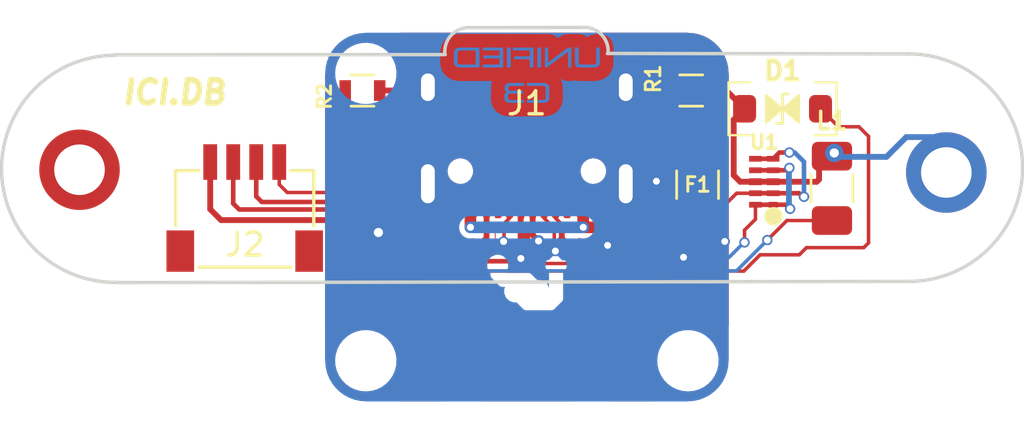
<source format=kicad_pcb>
(kicad_pcb (version 20221018) (generator pcbnew)
  (title_block (title "Unified Daughterboard") (date "2020-03-22") (rev "C3") (company "Designed by the keyboard community"))
  (layers (0 "F.Cu" signal) (31 "B.Cu" signal) (34 "B.Paste" user) (35 "F.Paste" user) (36 "B.SilkS" user "B.Silkscreen") (37 "F.SilkS" user "F.Silkscreen") (38 "B.Mask" user) (39 "F.Mask" user) (44 "Edge.Cuts" user))
  (net 0 "")
  (net 1 "GND")
  (net 2 "VCC")
  (net 3 "GNDPWR")
  (net 4 "Net-(J1-PadB8)")
  (net 5 "Net-(J1-PadA5)")
  (net 6 "DA+")
  (net 7 "Net-(J1-PadB5)")
  (net 8 "Net-(J1-PadA8)")
  (net 9 "DA-")
  (net 10 "VBUS")
  (footprint "random-keyboard-parts:Generic-Mounthole" (layer "F.Cu") (at 93.2325 62.853)
    (fp_text reference "MH2" hide)
    (fp_text value "Mount-M2" hide)
    (pad "1" thru_hole circle (at 0 0) (size 3.500001 3.500001) (drill 2.2) (layers "*.Cu" "*.Mask") (net 3 "GNDPWR"))
  )
  (footprint "Resistors_SMD:R_0603" (layer "F.Cu") (at 67.85875 59.28675)
    (fp_text reference "R2" (at -1.651 0.254 90) (layer "F.SilkS") (effects (font (size 0.5842 0.5842) (thickness 0.127))))
    (fp_text value "5.1k")
    (pad "1" smd rect (at -0.75 0) (size 0.5 0.9) (layers "F.Cu" "F.Paste" "F.Mask") (net 7 "Net-(J1-PadB5)"))
    (pad "2" smd rect (at 0.75 0) (size 0.5 0.9) (layers "F.Cu" "F.Paste" "F.Mask") (net 3 "GNDPWR"))
  )
  (footprint "acheron_Components:USON-10_2.5x1.0mm_P0.5mm" (layer "F.Cu") (at 85.32125 63.2555 180)
    (fp_text reference "U1" (at 0 1.7272) (layer "F.SilkS") (effects (font (size 0.6 0.6))))
    (fp_text value "TPD4E05U06DQAR")
    (pad "1" smd roundrect (at -0.385 -1 90) (size 0.25 0.55) (layers "F.Cu" "F.Paste" "F.Mask") (roundrect_rratio 0.5) (net 6 "DA+"))
    (pad "2" smd rect (at -0.385 -0.5 90) (size 0.25 0.55) (layers "F.Cu" "F.Paste" "F.Mask") (net 9 "DA-"))
    (pad "3" smd rect (at -0.385 0 90) (size 0.3 0.55) (layers "F.Cu" "F.Paste" "F.Mask") (net 3 "GNDPWR"))
    (pad "4" smd rect (at -0.385 0.5 90) (size 0.25 0.55) (layers "F.Cu" "F.Paste" "F.Mask") (net 6 "DA+"))
    (pad "5" smd rect (at -0.385 1 90) (size 0.25 0.55) (layers "F.Cu" "F.Paste" "F.Mask") (net 9 "DA-"))
    (pad "6" smd rect (at 0.385 1 90) (size 0.25 0.55) (layers "F.Cu" "F.Paste" "F.Mask") (net 9 "DA-"))
    (pad "7" smd rect (at 0.385 0.5 90) (size 0.25 0.55) (layers "F.Cu" "F.Paste" "F.Mask") (net 6 "DA+"))
    (pad "8" smd rect (at 0.385 0 90) (size 0.3 0.55) (layers "F.Cu" "F.Paste" "F.Mask") (net 3 "GNDPWR"))
    (pad "9" smd rect (at 0.385 -0.5 90) (size 0.25 0.55) (layers "F.Cu" "F.Paste" "F.Mask") (net 9 "DA-"))
    (pad "10" smd rect (at 0.385 -1 90) (size 0.25 0.55) (layers "F.Cu" "F.Paste" "F.Mask") (net 6 "DA+"))
  )
  (footprint "acheron_Components:D_SOD-123_Bidirectional" (layer "F.Cu") (at 86.115 60.0805)
    (fp_text reference "D1" (at 0 -1.651) (layer "F.SilkS") (effects (font (size 0.8 0.8) (thickness 0.2))))
    (fp_text value "SMF9.0CA")
    (pad "1" smd roundrect (at -1.65 0) (size 1 1.2) (layers "F.Cu" "F.Paste" "F.Mask") (net 3 "GNDPWR"))
    (pad "2" smd roundrect (at 1.65 0) (size 1 1.2) (layers "F.Cu" "F.Paste" "F.Mask") (net 2 "VCC"))
  )
  (footprint "Inductor_SMD:L_1206_3216Metric" (layer "F.Cu") (at 88.2625 63.543 90)
    (fp_text reference "L1" (at 2.936 0 180) (layer "F.SilkS") (effects (font (size 0.762 0.762) (thickness 0.1524))))
    (fp_text value "60R@100MHz")
    (pad "1" smd roundrect (at -1.4 0 90) (size 1.25 1.75) (layers "F.Cu" "F.Paste" "F.Mask") (roundrect_rratio 0.2) (net 1 "GND"))
    (pad "2" smd roundrect (at 1.4 0 90) (size 1.25 1.75) (layers "F.Cu" "F.Paste" "F.Mask") (roundrect_rratio 0.2) (net 3 "GNDPWR"))
  )
  (footprint "random-keyboard-parts:Generic-Mounthole" (layer "F.Cu") (at 55.5625 62.733)
    (fp_text reference "MH1")
    (fp_text value "Mount-M2" hide)
    (pad "" np_thru_hole circle (at 0 0) (size 3.500001 3.500001) (drill 2.2) (layers "F.Cu" "F.Mask") (clearance 0.508))
  )
  (footprint "random-keyboard-parts:JST-SR-4" (layer "F.Cu") (at 62.7425 67.173)
    (fp_text reference "J2" (at 0.004 -1.189) (layer "F.SilkS"))
    (fp_text value "SM04B-SRSS-TB(LF)(SN)")
    (pad "" smd rect (at -2.8 -0.9) (size 1.2 1.8) (layers "F.Cu" "F.Paste" "F.Mask"))
    (pad "" smd rect (at 2.8 -0.9) (size 1.2 1.8) (layers "F.Cu" "F.Paste" "F.Mask"))
    (pad "1" smd rect (at -1.5 -4.775) (size 0.6 1.55) (layers "F.Cu" "F.Paste" "F.Mask") (net 2 "VCC"))
    (pad "2" smd rect (at -0.5 -4.775) (size 0.6 1.55) (layers "F.Cu" "F.Paste" "F.Mask") (net 9 "DA-"))
    (pad "3" smd rect (at 0.5 -4.775) (size 0.6 1.55) (layers "F.Cu" "F.Paste" "F.Mask") (net 6 "DA+"))
    (pad "4" smd rect (at 1.5 -4.775) (size 0.6 1.55) (layers "F.Cu" "F.Paste" "F.Mask") (net 1 "GND"))
  )
  (footprint "Fuse:Fuse_1206_3216Metric" (layer "F.Cu") (at 82.4225 63.383 -90)
    (fp_text reference "F1" (at 0 0) (layer "F.SilkS") (effects (font (size 0.635 0.635) (thickness 0.127))))
    (fp_text value "ASMD1206-150")
    (pad "1" smd roundrect (at -1.4 0 270) (size 1.25 1.75) (layers "F.Cu" "F.Paste" "F.Mask") (roundrect_rratio 0.2) (net 10 "VBUS"))
    (pad "2" smd roundrect (at 1.4 0 270) (size 1.25 1.75) (layers "F.Cu" "F.Paste" "F.Mask") (roundrect_rratio 0.2) (net 2 "VCC"))
  )
  (footprint "Resistors_SMD:R_0603" (layer "F.Cu") (at 82.14625 59.28675)
    (fp_text reference "R1" (at -1.651 -0.508 90) (layer "F.SilkS") (effects (font (size 0.635 0.635) (thickness 0.127))))
    (fp_text value "5.1k")
    (pad "1" smd rect (at -0.75 0) (size 0.5 0.9) (layers "F.Cu" "F.Paste" "F.Mask") (net 5 "Net-(J1-PadA5)"))
    (pad "2" smd rect (at 0.75 0) (size 0.5 0.9) (layers "F.Cu" "F.Paste" "F.Mask") (net 3 "GNDPWR"))
  )
  (footprint "acheron_Connectors:TYPE-C-31-M-12" (layer "F.Cu") (at 75.0025 64.843 180)
    (fp_text reference "J1" (at 0 5) (layer "F.SilkS"))
    (fp_text value "TYPE-C-31-M12_13")
    (pad "" np_thru_hole circle (at -2.89 2.051 180) (size 0.65 0.65) (drill 0.65) (layers "*.Cu" "*.Mask"))
    (pad "" np_thru_hole circle (at 2.89 2.051 180) (size 0.65 0.65) (drill 0.65) (layers "*.Cu" "*.Mask"))
    (pad "A1" smd roundrect (at -3.25 1.275 180) (size 0.6 1.45) (drill (offset 0 -0.55)) (layers "F.Cu" "F.Paste" "F.Mask") (net 3 "GNDPWR"))
    (pad "A4" smd roundrect (at -2.45 1.275 180) (size 0.6 1.45) (drill (offset 0 -0.55)) (layers "F.Cu" "F.Paste" "F.Mask") (net 10 "VBUS"))
    (pad "A5" smd roundrect (at -1.25 1.275 180) (size 0.3 1.45) (drill (offset 0 -0.55)) (layers "F.Cu" "F.Paste" "F.Mask") (net 5 "Net-(J1-PadA5)"))
    (pad "A6" smd roundrect (at -0.254 1.275 180) (size 0.3 1.45) (drill (offset 0 -0.55)) (layers "F.Cu" "F.Paste" "F.Mask") (net 6 "DA+"))
    (pad "A7" smd roundrect (at 0.25 1.275 180) (size 0.3 1.45) (drill (offset 0 -0.55)) (layers "F.Cu" "F.Paste" "F.Mask") (net 9 "DA-"))
    (pad "A8" smd roundrect (at 1.25 1.275 180) (size 0.3 1.45) (drill (offset 0 -0.55)) (layers "F.Cu" "F.Paste" "F.Mask") (net 8 "Net-(J1-PadA8)"))
    (pad "B1" smd roundrect (at 3.25 1.275 180) (size 0.6 1.45) (drill (offset 0 -0.55)) (layers "F.Cu" "F.Paste" "F.Mask") (net 3 "GNDPWR"))
    (pad "B4" smd roundrect (at 2.45 1.275 180) (size 0.6 1.45) (drill (offset 0 -0.55)) (layers "F.Cu" "F.Paste" "F.Mask") (net 10 "VBUS"))
    (pad "B5" smd roundrect (at 1.75 1.275 180) (size 0.3 1.45) (drill (offset 0 -0.55)) (layers "F.Cu" "F.Paste" "F.Mask") (net 7 "Net-(J1-PadB5)"))
    (pad "B6" smd roundrect (at 0.75 1.275 180) (size 0.3 1.45) (drill (offset 0 -0.55)) (layers "F.Cu" "F.Paste" "F.Mask") (net 6 "DA+"))
    (pad "B7" smd roundrect (at -0.75 1.275 180) (size 0.3 1.45) (drill (offset 0 -0.55)) (layers "F.Cu" "F.Paste" "F.Mask") (net 9 "DA-"))
    (pad "B8" smd roundrect (at -1.75 1.275 180) (size 0.3 1.45) (drill (offset 0 -0.55)) (layers "F.Cu" "F.Paste" "F.Mask") (net 4 "Net-(J1-PadB8)"))
    (pad "S" thru_hole oval (at -4.3 1.5 180) (size 1.1 2.2) (drill oval 0.6 1.7) (layers "*.Cu" "*.Mask") (net 3 "GNDPWR"))
    (pad "S" thru_hole oval (at -4.3 5.7 180) (size 1.3 1.9) (drill oval 0.6 1.2) (layers "*.Cu" "*.Mask") (net 3 "GNDPWR"))
    (pad "S" thru_hole oval (at 4.3 1.5 180) (size 1.1 2.2) (drill oval 0.6 1.7) (layers "*.Cu" "*.Mask") (net 3 "GNDPWR"))
    (pad "S" thru_hole oval (at 4.3 5.7 180) (size 1.3 1.9) (drill oval 0.6 1.2) (layers "*.Cu" "*.Mask") (net 3 "GNDPWR"))
  )
  (footprint "Unified-Daughterboard-Logo:Unified-Daughterboard-Logo.pretty" (layer "B.Cu") (at 75.0025 66.509 180)
    (fp_text reference "G1" hide)
    (fp_text value "Unified-Daughterboard-Logo" hide)
  )
  (footprint "Unified-Daughterboard-Logo:Unified-Daughterboard-Name.pretty" (layer "B.Cu") (at 75.0025 58.62 180)
    (fp_text reference "G2" hide)
    (fp_text value "Unified-Daughterboard-Name" hide)
    (pad "1" smd custom (at -3.1 0.8 180) (size 0.1 0.1) (layers "B.Cu" "B.Mask") (options (clearance outline) (anchor circle)) (primitives (gr_poly (pts (xy 0.533046 -0.464006) (xy 0.56005 -0.463987) (xy 0.586556 -0.463959) (xy 0.612387 -0.46392) (xy 0.637369 -0.463872) (xy 0.661326 -0.463814) (xy 0.684081 -0.463747) (xy 0.70546 -0.463669) (xy 0.725286 -0.463582) (xy 0.743383 -0.463485) (xy 0.759577 -0.463378) (xy 0.773691 -0.463261) (xy 0.785549 -0.463134) (xy 0.794977 -0.462998) (xy 0.801797 -0.462851) (xy 0.805835 -0.462694) (xy 0.809248 -0.462474) (xy 0.830305 -0.460737) (xy 0.849006 -0.458433) (xy 0.865846 -0.455443) (xy 0.88132 -0.451648) (xy 0.895924 -0.44693) (xy 0.910155 -0.441169) (xy 0.924506 -0.434247) (xy 0.925882 -0.433527) (xy 0.943719 -0.42249) (xy 0.959403 -0.409438) (xy 0.97288 -0.394443) (xy 0.984093 -0.377575) (xy 0.992987 -0.358905) (xy 0.999505 -0.338505) (xy 1.000264 -0.33551) (xy 1.001227 -0.331773) (xy 1.002118 -0.328305) (xy 1.002938 -0.324986) (xy 1.003692 -0.321698) (xy 1.004382 -0.31832) (xy 1.005011 -0.314732) (xy 1.005582 -0.310816) (xy 1.006098 -0.306452) (xy 1.006562 -0.301521) (xy 1.006978 -0.295902) (xy 1.007348 -0.289476) (xy 1.007675 -0.282124) (xy 1.007962 -0.273726) (xy 1.008212 -0.264163) (xy 1.008429 -0.253315) (xy 1.008615 -0.241063) (xy 1.008774 -0.227287) (xy 1.008908 -0.211867) (xy 1.00902 -0.194684) (xy 1.009113 -0.175619) (xy 1.009192 -0.154552) (xy 1.009257 -0.131363) (xy 1.009313 -0.105933) (xy 1.009362 -0.078142) (xy 1.009408 -0.047871) (xy 1.009454 -0.015001) (xy 1.009502 0.020589) (xy 1.009556 0.059017) (xy 1.010053 0.404029) (xy 0.844293 0.404029) (xy 0.844293 0.067094) (xy 0.844292 0.034112) (xy 0.844287 -0.001018) (xy 0.844278 -0.033401) (xy 0.844263 -0.063151) (xy 0.844243 -0.090381) (xy 0.844216 -0.115203) (xy 0.844182 -0.137732) (xy 0.844139 -0.15808) (xy 0.844088 -0.176361) (xy 0.844027 -0.192687) (xy 0.843956 -0.207172) (xy 0.843874 -0.219928) (xy 0.84378 -0.231069) (xy 0.843673 -0.240709) (xy 0.843553 -0.24896) (xy 0.843419 -0.255935) (xy 0.84327 -0.261748) (xy 0.843106 -0.266511) (xy 0.842926 -0.270338) (xy 0.842728 -0.273342) (xy 0.842513 -0.275636) (xy 0.842279 -0.277334) (xy 0.842026 -0.278547) (xy 0.841693 -0.279782) (xy 0.836778 -0.292623) (xy 0.829625 -0.303717) (xy 0.820189 -0.313093) (xy 0.808426 -0.320781) (xy 0.794289 -0.326811) (xy 0.777734 -0.331215) (xy 0.758715 -0.334021) (xy 0.757371 -0.334117) (xy 0.752564 -0.334299) (xy 0.745076 -0.334468) (xy 0.735089 -0.334626) (xy 0.722784 -0.334772) (xy 0.708343 -0.334906) (xy 0.691949 -0.335028) (xy 0.673782 -0.335138) (xy 0.654026 -0.335236) (xy 0.632862 -0.335322) (xy 0.610471 -0.335397) (xy 0.587037 -0.335459) (xy 0.56274 -0.335509) (xy 0.537763 -0.335548) (xy 0.512288 -0.335574) (xy 0.486496 -0.335589) (xy 0.46057 -0.335592) (xy 0.434691 -0.335583) (xy 0.409041 -0.335562) (xy 0.383803 -0.335529) (xy 0.359158 -0.335484) (xy 0.335288 -0.335427) (xy 0.312375 -0.335358) (xy 0.290601 -0.335278) (xy 0.270149 -0.335185) (xy 0.251199 -0.335081) (xy 0.233933 -0.334964) (xy 0.218535 -0.334836) (xy 0.205185 -0.334696) (xy 0.194065 -0.334544) (xy 0.185359 -0.33438) (xy 0.179246 -0.334204) (xy 0.17591 -0.334016) (xy 0.159412 -0.331646) (xy 0.142509 -0.327411) (xy 0.128049 -0.321571) (xy 0.115997 -0.314107) (xy 0.106317 -0.305001) (xy 0.098977 -0.294237) (xy 0.098866 -0.29403) (xy 0.097893 -0.292277) (xy 0.096994 -0.290699) (xy 0.096166 -0.289178) (xy 0.095405 -0.287598) (xy 0.094709 -0.285845) (xy 0.094075 -0.283801) (xy 0.0935 -0.281351) (xy 0.092981 -0.278379) (xy 0.092515 -0.274769) (xy 0.0921 -0.270405) (xy 0.091732 -0.26517) (xy 0.091408 -0.258949) (xy 0.091127 -0.251626) (xy 0.090884 -0.243085) (xy 0.090677 -0.233209) (xy 0.090503 -0.221883) (xy 0.09036 -0.208991) (xy 0.090244 -0.194417) (xy 0.090152 -0.178044) (xy 0.090082 -0.159757) (xy 0.09003 -0.13944) (xy 0.089995 -0.116977) (xy 0.089972 -0.092251) (xy 0.089959 -0.065147) (xy 0.089953 -0.035549) (xy 0.089952 -0.003341) (xy 0.089952 0.031594) (xy 0.089951 0.069371) (xy 0.089925 0.404029) (xy -0.07426 0.404029) (xy -0.074233 0.064934) (xy -0.074233 0.056895) (xy -0.074227 0.019475) (xy -0.074217 -0.015124) (xy -0.074202 -0.047016) (xy -0.074181 -0.076313) (xy -0.074153 -0.10313) (xy -0.074119 -0.12758) (xy -0.074076 -0.149778) (xy -0.074025 -0.169835) (xy -0.073965 -0.187867) (xy -0.073894 -0.203987) (xy -0.073813 -0.218309) (xy -0.07372 -0.230945) (xy -0.073615 -0.242011) (xy -0.073498 -0.251618) (xy -0.073366 -0.259882) (xy -0.07322 -0.266916) (xy -0.07306 -0.272833) (xy -0.072883 -0.277748) (xy -0.07269 -0.281773) (xy -0.07248 -0.285022) (xy -0.072252 -0.287609) (xy -0.072005 -0.289648) (xy -0.070903 -0.296724) (xy -0.065671 -0.320281) (xy -0.058291 -0.341867) (xy -0.048721 -0.361574) (xy -0.036916 -0.379497) (xy -0.022834 -0.39573) (xy -0.01687 -0.401474) (xy -0.003985 -0.412081) (xy 0.010583 -0.421761) (xy 0.027473 -0.430958) (xy 0.034325 -0.434254) (xy 0.056097 -0.4432) (xy 0.079213 -0.450434) (xy 0.103987 -0.456031) (xy 0.130734 -0.460065) (xy 0.159766 -0.462612) (xy 0.162074 -0.462714) (xy 0.168001 -0.462866) (xy 0.176592 -0.463008) (xy 0.187672 -0.463141) (xy 0.201065 -0.463265) (xy 0.216596 -0.46338) (xy 0.234088 -0.463485) (xy 0.253366 -0.463581) (xy 0.274255 -0.463667) (xy 0.296578 -0.463744) (xy 0.32016 -0.463811) (xy 0.344824 -0.463869) (xy 0.370397 -0.463917) (xy 0.396701 -0.463956) (xy 0.423561 -0.463985) (xy 0.450801 -0.464005) (xy 0.478246 -0.464015) (xy 0.505719 -0.464015)) (width 0) (fill yes))))
    (pad "1" smd custom (at -1.86 1.08 180) (size 0.1 0.1) (layers "B.Cu" "B.Mask") (options (clearance outline) (anchor circle)) (primitives (gr_poly (pts (xy 0.068747 -0.406986) (xy 0.068748 -0.389825) (xy 0.068756 -0.358871) (xy 0.06877 -0.328777) (xy 0.068792 -0.299675) (xy 0.06882 -0.271694) (xy 0.068854 -0.244966) (xy 0.068893 -0.219624) (xy 0.068938 -0.195796) (xy 0.068988 -0.173616) (xy 0.069043 -0.153214) (xy 0.069102 -0.134721) (xy 0.069166 -0.118268) (xy 0.069233 -0.103986) (xy 0.069303 -0.092007) (xy 0.069376 -0.082462) (xy 0.069452 -0.075481) (xy 0.069531 -0.071197) (xy 0.069611 -0.069739) (xy 0.070388 -0.070253) (xy 0.073417 -0.072395) (xy 0.07861 -0.076119) (xy 0.085842 -0.081333) (xy 0.094985 -0.087945) (xy 0.105914 -0.095864) (xy 0.118502 -0.104998) (xy 0.132622 -0.115254) (xy 0.148149 -0.126541) (xy 0.164954 -0.138767) (xy 0.182913 -0.15184) (xy 0.201899 -0.165668) (xy 0.221784 -0.18016) (xy 0.242443 -0.195223) (xy 0.26375 -0.210765) (xy 0.284385 -0.225822) (xy 0.307606 -0.242766) (xy 0.332747 -0.26111) (xy 0.359569 -0.280681) (xy 0.387834 -0.301305) (xy 0.417304 -0.322808) (xy 0.447742 -0.345017) (xy 0.478909 -0.367758) (xy 0.510567 -0.390857) (xy 0.54248 -0.414142) (xy 0.574407 -0.437438) (xy 0.606113 -0.460572) (xy 0.637358 -0.483369) (xy 0.667905 -0.505658) (xy 0.697516 -0.527263) (xy 0.725953 -0.548012) (xy 0.994882 -0.744233) (xy 1.07457 -0.744233) (xy 1.07457 0.124029) (xy 0.931099 0.124029) (xy 0.930726 -0.197717) (xy 0.930353 -0.519464) (xy 0.49918 -0.197759) (xy 0.068007 0.123947) (xy -0.074731 0.124029) (xy -0.074731 -0.744233) (xy 0.068747 -0.744233)) (width 0) (fill yes))))
    (pad "1" smd custom (at -0.9 -0.79 180) (size 0.1 0.1) (layers "B.Cu" "B.Mask") (options (clearance outline) (anchor circle)) (primitives (gr_poly (pts (xy 0.894083 -0.285396) (xy 0.162643 -0.284604) (xy 0.148215 -0.28062) (xy 0.140689 -0.27833) (xy 0.125966 -0.272283) (xy 0.113823 -0.264855) (xy 0.104221 -0.256019) (xy 0.097122 -0.245749) (xy 0.096154 -0.243975) (xy 0.095065 -0.242029) (xy 0.094077 -0.240196) (xy 0.093185 -0.238338) (xy 0.092383 -0.236315) (xy 0.091667 -0.233986) (xy 0.091032 -0.231212) (xy 0.090474 -0.227854) (xy 0.089987 -0.223772) (xy 0.089566 -0.218826) (xy 0.089207 -0.212877) (xy 0.088905 -0.205785) (xy 0.088655 -0.19741) (xy 0.088453 -0.187613) (xy 0.088293 -0.176254) (xy 0.08817 -0.163194) (xy 0.088081 -0.148292) (xy 0.088019 -0.131409) (xy 0.087981 -0.112407) (xy 0.08796 -0.091143) (xy 0.087954 -0.067481) (xy 0.087956 -0.041279) (xy 0.087962 -0.012397) (xy 0.087967 0.019302) (xy 0.087968 0.035011) (xy 0.08797 0.065453) (xy 0.087973 0.093142) (xy 0.087983 0.118217) (xy 0.088004 0.140816) (xy 0.088041 0.161079) (xy 0.088097 0.179143) (xy 0.088177 0.195148) (xy 0.088286 0.209231) (xy 0.088427 0.221532) (xy 0.088606 0.232189) (xy 0.088825 0.241342) (xy 0.089091 0.249127) (xy 0.089407 0.255685) (xy 0.089777 0.261153) (xy 0.090206 0.265671) (xy 0.090698 0.269377) (xy 0.091257 0.272409) (xy 0.091889 0.274907) (xy 0.092597 0.277009) (xy 0.093385 0.278853) (xy 0.094258 0.280578) (xy 0.09522 0.282323) (xy 0.096276 0.284226) (xy 0.102003 0.292642) (xy 0.111022 0.301664) (xy 0.122093 0.309466) (xy 0.134767 0.315738) (xy 0.148591 0.320169) (xy 0.149299 0.320338) (xy 0.151761 0.320894) (xy 0.154316 0.321409) (xy 0.157079 0.321885) (xy 0.160163 0.322323) (xy 0.163683 0.322725) (xy 0.167755 0.323092) (xy 0.172493 0.323425) (xy 0.178011 0.323727) (xy 0.184424 0.323999) (xy 0.191847 0.324243) (xy 0.200394 0.324459) (xy 0.21018 0.324651) (xy 0.22132 0.324818) (xy 0.233927 0.324964) (xy 0.248118 0.325088) (xy 0.264006 0.325194) (xy 0.281706 0.325282) (xy 0.301333 0.325354) (xy 0.323001 0.325412) (xy 0.346825 0.325457) (xy 0.372919 0.325491) (xy 0.401399 0.325515) (xy 0.432379 0.325531) (xy 0.465973 0.32554) (xy 0.502296 0.325545) (xy 0.541462 0.325546) (xy 0.894083 0.325546) (xy 0.894083 0.454326) (xy 0.523926 0.453788) (xy 0.487637 0.453732) (xy 0.447892 0.453663) (xy 0.410961 0.453591) (xy 0.376767 0.453514) (xy 0.345233 0.453431) (xy 0.316282 0.453344) (xy 0.289836 0.45325) (xy 0.265818 0.453149) (xy 0.24415 0.453042) (xy 0.224755 0.452928) (xy 0.207556 0.452805) (xy 0.192475 0.452675) (xy 0.179434 0.452535) (xy 0.168358 0.452386) (xy 0.159167 0.452228) (xy 0.151784 0.452059) (xy 0.146134 0.45188) (xy 0.142136 0.45169) (xy 0.139716 0.451488) (xy 0.129032 0.450053) (xy 0.100521 0.44515) (xy 0.074518 0.438966) (xy 0.050879 0.431444) (xy 0.029459 0.422527) (xy 0.010114 0.412157) (xy -0.0073 0.400278) (xy -0.022926 0.386832) (xy -0.030704 0.378898) (xy -0.042344 0.36482) (xy -0.052076 0.349726) (xy -0.060136 0.333172) (xy -0.066762 0.314711) (xy -0.072189 0.293898) (xy -0.075501 0.278953) (xy -0.075501 0.000861) (xy -0.075498 -0.030031) (xy -0.075491 -0.058179) (xy -0.075478 -0.083719) (xy -0.075459 -0.106786) (xy -0.075432 -0.127516) (xy -0.075396 -0.146044) (xy -0.075348 -0.162506) (xy -0.075289 -0.177038) (xy -0.075216 -0.189776) (xy -0.075129 -0.200854) (xy -0.075025 -0.21041) (xy -0.074904 -0.218577) (xy -0.074764 -0.225492) (xy -0.074604 -0.231291) (xy -0.074422 -0.236108) (xy -0.074218 -0.240081) (xy -0.073989 -0.243343) (xy -0.073735 -0.246032) (xy -0.073454 -0.248282) (xy -0.073144 -0.250229) (xy -0.072805 -0.252009) (xy -0.071402 -0.25847) (xy -0.064639 -0.281934) (xy -0.055649 -0.303459) (xy -0.044427 -0.323062) (xy -0.043823 -0.323961) (xy -0.037047 -0.332809) (xy -0.028538 -0.342284) (xy -0.019054 -0.351632) (xy -0.009353 -0.360104) (xy -0.000191 -0.366948) (xy 0.019103 -0.378489) (xy 0.041682 -0.389062) (xy 0.066269 -0.397774) (xy 0.09296 -0.404651) (xy 0.121848 -0.409723) (xy 0.153028 -0.413017) (xy 0.153298 -0.413029) (xy 0.156133 -0.413074) (xy 0.161763 -0.413121) (xy 0.170059 -0.413168) (xy 0.180892 -0.413216) (xy 0.194134 -0.413263) (xy 0.209656 -0.413311) (xy 0.227328 -0.413358) (xy 0.247024 -0.413404) (xy 0.268613 -0.413449) (xy 0.291966 -0.413493) (xy 0.316956 -0.413536) (xy 0.343454 -0.413577) (xy 0.37133 -0.413616) (xy 0.400456 -0.413653) (xy 0.430703 -0.413687) (xy 0.461942 -0.413718) (xy 0.494046 -0.413747) (xy 0.526884 -0.413772) (xy 0.894083 -0.41403)) (width 0) (fill yes))))
    (pad "1" smd custom (at -0.54 1.02 180) (size 0.1 0.1) (layers "B.Cu" "B.Mask") (options (clearance outline) (anchor circle)) (primitives (gr_poly (pts (xy 0.084421 0.184029) (xy -0.079765 0.184029) (xy -0.079765 -0.249116) (xy -0.079762 -0.280411) (xy -0.079753 -0.315353) (xy -0.079738 -0.349426) (xy -0.079717 -0.382515) (xy -0.07969 -0.414502) (xy -0.079657 -0.445272) (xy -0.07962 -0.474709) (xy -0.079577 -0.502696) (xy -0.07953 -0.529118) (xy -0.079478 -0.553859) (xy -0.079423 -0.576802) (xy -0.079363 -0.597831) (xy -0.0793 -0.616831) (xy -0.079233 -0.633685) (xy -0.079164 -0.648277) (xy -0.079091 -0.660491) (xy -0.079016 -0.670211) (xy -0.078939 -0.677321) (xy -0.07886 -0.681705) (xy -0.078779 -0.683247) (xy -0.078157 -0.683357) (xy -0.07491 -0.683536) (xy -0.069138 -0.683701) (xy -0.061112 -0.68385) (xy -0.051103 -0.683979) (xy -0.039385 -0.684085) (xy -0.026228 -0.684165) (xy -0.011904 -0.684215) (xy 0.003314 -0.684233) (xy 0.084421 -0.684233)) (width 0) (fill yes))))
    (pad "1" smd custom (at -0.21 1.11 180) (size 0.1 0.1) (layers "B.Cu" "B.Mask") (options (clearance outline) (anchor circle)) (primitives (gr_poly (pts (xy 0.003288 -0.773876) (xy 0.085012 -0.773493) (xy 0.085387 -0.594886) (xy 0.085763 -0.416278) (xy 0.764682 -0.416278) (xy 0.764682 -0.287592) (xy 0.085751 -0.287592) (xy 0.085751 -0.034657) (xy 0.813494 -0.034657) (xy 0.813494 0.094029) (xy -0.078435 0.094029) (xy -0.078435 -0.774258)) (width 0) (fill yes))))
    (pad "1" smd custom (at 0.52 -0.73 180) (size 0.1 0.1) (layers "B.Cu" "B.Mask") (options (clearance outline) (anchor circle)) (primitives (gr_poly (pts (xy -0.066911 -0.474026) (xy -0.029886 -0.474008) (xy 0.004963 -0.473974) (xy 0.037575 -0.473927) (xy 0.067891 -0.473865) (xy 0.095849 -0.473788) (xy 0.12139 -0.473699) (xy 0.144453 -0.473596) (xy 0.164979 -0.473479) (xy 0.182908 -0.47335) (xy 0.198179 -0.473209) (xy 0.210732 -0.473055) (xy 0.220507 -0.472889) (xy 0.227444 -0.472711) (xy 0.231483 -0.472522) (xy 0.237137 -0.472068) (xy 0.265071 -0.469006) (xy 0.29046 -0.464759) (xy 0.313456 -0.459297) (xy 0.33421 -0.452591) (xy 0.334816 -0.452364) (xy 0.358101 -0.442428) (xy 0.37881 -0.431054) (xy 0.396964 -0.418223) (xy 0.412579 -0.40392) (xy 0.425675 -0.388126) (xy 0.436271 -0.370825) (xy 0.444385 -0.352) (xy 0.446185 -0.346852) (xy 0.448098 -0.341211) (xy 0.44972 -0.336013) (xy 0.451078 -0.330975) (xy 0.452198 -0.325813) (xy 0.453106 -0.320243) (xy 0.453827 -0.313983) (xy 0.454388 -0.306749) (xy 0.454815 -0.298257) (xy 0.455134 -0.288225) (xy 0.45537 -0.276368) (xy 0.45555 -0.262402) (xy 0.455699 -0.246046) (xy 0.455845 -0.227015) (xy 0.455901 -0.219124) (xy 0.456011 -0.199114) (xy 0.456045 -0.181718) (xy 0.45599 -0.166684) (xy 0.455834 -0.153757) (xy 0.455565 -0.142686) (xy 0.45517 -0.133217) (xy 0.454638 -0.125097) (xy 0.453956 -0.118075) (xy 0.453111 -0.111896) (xy 0.452092 -0.106308) (xy 0.450886 -0.101058) (xy 0.449481 -0.095893) (xy 0.448048 -0.091184) (xy 0.443513 -0.079144) (xy 0.437945 -0.06865) (xy 0.430795 -0.058772) (xy 0.421513 -0.048579) (xy 0.408658 -0.036859) (xy 0.391868 -0.024655) (xy 0.374014 -0.014706) (xy 0.355658 -0.007361) (xy 0.35215 -0.006203) (xy 0.348261 -0.004834) (xy 0.346233 -0.004003) (xy 0.346162 -0.003934) (xy 0.34719 -0.003066) (xy 0.35037 -0.001668) (xy 0.355107 -0.000007) (xy 0.36731 0.004652) (xy 0.383421 0.013403) (xy 0.39796 0.024494) (xy 0.410787 0.03775) (xy 0.421759 0.052993) (xy 0.430735 0.070047) (xy 0.437575 0.088735) (xy 0.442136 0.108879) (xy 0.442139 0.108898) (xy 0.442861 0.115151) (xy 0.443453 0.123868) (xy 0.443917 0.134561) (xy 0.444252 0.146738) (xy 0.444456 0.159912) (xy 0.444531 0.173593) (xy 0.444476 0.187292) (xy 0.44429 0.200519) (xy 0.443972 0.212784) (xy 0.443524 0.2236) (xy 0.442943 0.232475) (xy 0.442231 0.238921) (xy 0.442093 0.239803) (xy 0.43736 0.262045) (xy 0.430475 0.282284) (xy 0.421412 0.300576) (xy 0.410142 0.316976) (xy 0.396639 0.331537) (xy 0.395515 0.332578) (xy 0.379667 0.345468) (xy 0.361931 0.356757) (xy 0.342202 0.366479) (xy 0.320374 0.374669) (xy 0.296342 0.38136) (xy 0.269999 0.386589) (xy 0.24124 0.39039) (xy 0.20996 0.392797) (xy 0.206929 0.392927) (xy 0.199447 0.39313) (xy 0.189048 0.393313) (xy 0.175759 0.393475) (xy 0.159607 0.393616) (xy 0.140617 0.393736) (xy 0.118817 0.393835) (xy 0.094232 0.393912) (xy 0.066889 0.393969) (xy 0.036814 0.394003) (xy 0.004034 0.394017) (xy -0.031425 0.394008) (xy -0.069537 0.393978) (xy -0.110275 0.393927) (xy -0.400928 0.393493) (xy -0.401314 0.32956) (xy -0.401699 0.265627) (xy -0.095869 0.265175) (xy -0.089214 0.265166) (xy -0.054206 0.265112) (xy -0.022011 0.26506) (xy 0.007495 0.265008) (xy 0.034436 0.264954) (xy 0.058934 0.264898) (xy 0.081114 0.264838) (xy 0.101099 0.264773) (xy 0.119012 0.264703) (xy 0.134977 0.264625) (xy 0.149117 0.264538) (xy 0.161556 0.264442) (xy 0.172416 0.264335) (xy 0.181822 0.264216) (xy 0.189898 0.264083) (xy 0.196765 0.263937) (xy 0.202549 0.263774) (xy 0.207372 0.263595) (xy 0.211358 0.263398) (xy 0.21463 0.263182) (xy 0.217312 0.262945) (xy 0.219527 0.262687) (xy 0.221398 0.262406) (xy 0.22305 0.262101) (xy 0.235632 0.259124) (xy 0.246579 0.255351) (xy 0.255535 0.250693) (xy 0.262986 0.244896) (xy 0.269417 0.237704) (xy 0.270432 0.236357) (xy 0.27271 0.233097) (xy 0.274566 0.229844) (xy 0.276047 0.226267) (xy 0.277201 0.222038) (xy 0.278074 0.216826) (xy 0.278713 0.210304) (xy 0.279165 0.20214) (xy 0.279478 0.192007) (xy 0.279698 0.179573) (xy 0.279873 0.164511) (xy 0.279893 0.162473) (xy 0.280015 0.147592) (xy 0.280035 0.135283) (xy 0.279921 0.125202) (xy 0.279642 0.117006) (xy 0.279164 0.110352) (xy 0.278455 0.104896) (xy 0.277483 0.100294) (xy 0.276214 0.096204) (xy 0.274618 0.092282) (xy 0.272661 0.088185) (xy 0.268629 0.08143) (xy 0.2623 0.074348) (xy 0.254177 0.06852) (xy 0.243885 0.063686) (xy 0.231049 0.059589) (xy 0.218836 0.056317) (xy -0.36395 0.054767) (xy -0.36472 -0.073087) (xy -0.078859 -0.073598) (xy -0.050795 -0.073647) (xy -0.018414 -0.073702) (xy 0.011242 -0.073755) (xy 0.038304 -0.073808) (xy 0.062901 -0.073865) (xy 0.085163 -0.07393) (xy 0.10522 -0.074005) (xy 0.123202 -0.074095) (xy 0.139238 -0.074203) (xy 0.153457 -0.074332) (xy 0.165991 -0.074485) (xy 0.176968 -0.074668) (xy 0.186519 -0.074882) (xy 0.194773 -0.075131) (xy 0.201859 -0.075419) (xy 0.207909 -0.075749) (xy 0.21305 -0.076125) (xy 0.217414 -0.076549) (xy 0.22113 -0.077027) (xy 0.224328 -0.077561) (xy 0.227137 -0.078154) (xy 0.229687 -0.07881) (xy 0.232109 -0.079533) (xy 0.234531 -0.080326) (xy 0.237084 -0.081192) (xy 0.239897 -0.082135) (xy 0.242024 -0.082851) (xy 0.256147 -0.088622) (xy 0.267622 -0.095389) (xy 0.276633 -0.103349) (xy 0.283362 -0.112695) (xy 0.287993 -0.123624) (xy 0.290709 -0.13633) (xy 0.290791 -0.136997) (xy 0.291226 -0.142773) (xy 0.291546 -0.151397) (xy 0.291751 -0.162775) (xy 0.291838 -0.176815) (xy 0.291807 -0.193423) (xy 0.291656 -0.212506) (xy 0.29154 -0.223211) (xy 0.291345 -0.238241) (xy 0.29111 -0.250811) (xy 0.290801 -0.26123) (xy 0.290384 -0.269806) (xy 0.289826 -0.276847) (xy 0.289093 -0.28266) (xy 0.288151 -0.287554) (xy 0.286966 -0.291836) (xy 0.285505 -0.295814) (xy 0.283733 -0.299797) (xy 0.281618 -0.304092) (xy 0.28113 -0.305037) (xy 0.27485 -0.314468) (xy 0.266565 -0.322593) (xy 0.256059 -0.329555) (xy 0.243116 -0.335501) (xy 0.22752 -0.340576) (xy 0.21292 -0.344604) (xy -0.094004 -0.345344) (xy -0.400928 -0.346083) (xy -0.401314 -0.410057) (xy -0.401699 -0.47403) (xy -0.095055 -0.47403)) (width 0) (fill yes))))
    (pad "1" smd custom (at 0.78 0.91 180) (size 0.1 0.1) (layers "B.Cu" "B.Mask") (options (clearance outline) (anchor circle)) (primitives (gr_poly (pts (xy 0.082346 0.294029) (xy -0.08184 0.294029) (xy -0.08184 -0.574233) (xy 0.082346 -0.574233)) (width 0) (fill yes))))
    (pad "1" smd custom (at 1.12 1.09 180) (size 0.1 0.1) (layers "B.Cu" "B.Mask") (options (clearance outline) (anchor circle)) (primitives (gr_poly (pts (xy 0.801419 -0.625552) (xy 0.437177 -0.62518) (xy 0.072936 -0.624807) (xy 0.072558 -0.492053) (xy 0.072181 -0.359299) (xy 0.76444 -0.359299) (xy 0.76444 -0.230613) (xy 0.072197 -0.230613) (xy 0.072197 -0.014657) (xy 0.801419 -0.014657) (xy 0.801419 0.114029) (xy -0.091989 0.114029) (xy -0.091989 -0.319116) (xy -0.091987 -0.350411) (xy -0.091978 -0.385353) (xy -0.091963 -0.419426) (xy -0.091941 -0.452515) (xy -0.091914 -0.484502) (xy -0.091882 -0.515272) (xy -0.091844 -0.544709) (xy -0.091802 -0.572696) (xy -0.091755 -0.599118) (xy -0.091703 -0.623859) (xy -0.091647 -0.646802) (xy -0.091588 -0.667831) (xy -0.091524 -0.686831) (xy -0.091458 -0.703685) (xy -0.091388 -0.718277) (xy -0.091316 -0.730491) (xy -0.091241 -0.740211) (xy -0.091164 -0.747321) (xy -0.091084 -0.751705) (xy -0.091003 -0.753247) (xy -0.09095 -0.75326) (xy -0.088934 -0.75334) (xy -0.084093 -0.753417) (xy -0.076541 -0.753493) (xy -0.066393 -0.753567) (xy -0.053764 -0.753638) (xy -0.038766 -0.753707) (xy -0.021516 -0.753772) (xy -0.002127 -0.753834) (xy 0.019286 -0.753893) (xy 0.042608 -0.753947) (xy 0.067726 -0.753998) (xy 0.094525 -0.754045) (xy 0.122891 -0.754087) (xy 0.152708 -0.754124) (xy 0.183864 -0.754156) (xy 0.216242 -0.754183) (xy 0.24973 -0.754204) (xy 0.284211 -0.75422) (xy 0.319573 -0.75423) (xy 0.355701 -0.754233) (xy 0.801419 -0.754233)) (width 0) (fill yes))))
    (pad "1" smd custom (at 2.15 1.08 180) (size 0.1 0.1) (layers "B.Cu" "B.Mask") (options (clearance outline) (anchor circle)) (primitives (gr_poly (pts (xy 0.313898 -0.744212) (xy 0.329394 -0.744211) (xy 0.370812 -0.744199) (xy 0.410509 -0.744176) (xy 0.448409 -0.744143) (xy 0.484433 -0.744099) (xy 0.518505 -0.744046) (xy 0.550548 -0.743982) (xy 0.580483 -0.743909) (xy 0.608234 -0.743827) (xy 0.633723 -0.743735) (xy 0.656872 -0.743635) (xy 0.677605 -0.743527) (xy 0.695844 -0.74341) (xy 0.711511 -0.743285) (xy 0.72453 -0.743153) (xy 0.734822 -0.743013) (xy 0.742311 -0.742866) (xy 0.746919 -0.742712) (xy 0.7653 -0.74162) (xy 0.792054 -0.739291) (xy 0.816538 -0.736161) (xy 0.839122 -0.732172) (xy 0.860175 -0.727264) (xy 0.880066 -0.721378) (xy 0.899954 -0.714129) (xy 0.922318 -0.703905) (xy 0.942262 -0.692199) (xy 0.959866 -0.678908) (xy 0.97521 -0.663926) (xy 0.988374 -0.64715) (xy 0.999436 -0.628476) (xy 1.008478 -0.6078) (xy 1.015577 -0.585016) (xy 1.020814 -0.560023) (xy 1.024268 -0.532714) (xy 1.024308 -0.532253) (xy 1.024561 -0.528022) (xy 1.024784 -0.521829) (xy 1.024977 -0.513591) (xy 1.025141 -0.503226) (xy 1.025275 -0.49065) (xy 1.025381 -0.47578) (xy 1.025458 -0.458533) (xy 1.025508 -0.438826) (xy 1.025529 -0.416576) (xy 1.025524 -0.391701) (xy 1.025492 -0.364116) (xy 1.025433 -0.333739) (xy 1.025349 -0.300487) (xy 1.025318 -0.289715) (xy 1.025233 -0.261007) (xy 1.025149 -0.235055) (xy 1.025064 -0.21171) (xy 1.024976 -0.190822) (xy 1.024882 -0.172242) (xy 1.024782 -0.15582) (xy 1.024672 -0.141407) (xy 1.024552 -0.128854) (xy 1.024418 -0.11801) (xy 1.02427 -0.108727) (xy 1.024104 -0.100855) (xy 1.023919 -0.094244) (xy 1.023713 -0.088745) (xy 1.023484 -0.084209) (xy 1.02323 -0.080485) (xy 1.022949 -0.077425) (xy 1.022638 -0.074879) (xy 1.022297 -0.072698) (xy 1.02117 -0.066444) (xy 1.016388 -0.043784) (xy 1.010876 -0.023626) (xy 1.004491 -0.005648) (xy 0.99709 0.010475) (xy 0.98853 0.025063) (xy 0.978668 0.03844) (xy 0.967359 0.050927) (xy 0.957464 0.06015) (xy 0.940664 0.073051) (xy 0.92186 0.084428) (xy 0.900958 0.094314) (xy 0.877866 0.102741) (xy 0.852488 0.109741) (xy 0.824732 0.115348) (xy 0.794505 0.119594) (xy 0.761711 0.122511) (xy 0.76038 0.12258) (xy 0.755247 0.122731) (xy 0.747246 0.122876) (xy 0.736436 0.123012) (xy 0.722881 0.123141) (xy 0.706643 0.123262) (xy 0.687783 0.123374) (xy 0.666363 0.123478) (xy 0.642445 0.123573) (xy 0.616092 0.12366) (xy 0.587364 0.123737) (xy 0.556324 0.123805) (xy 0.523033 0.123864) (xy 0.487554 0.123913) (xy 0.449948 0.123952) (xy 0.410278 0.12398) (xy 0.368605 0.123999) (xy 0.324991 0.124007) (xy -0.089541 0.124029) (xy -0.089541 -0.004595) (xy 0.074645 -0.004595) (xy 0.41374 -0.005035) (xy 0.43309 -0.00506) (xy 0.469832 -0.005104) (xy 0.503793 -0.005146) (xy 0.535091 -0.005186) (xy 0.563843 -0.00523) (xy 0.590167 -0.005279) (xy 0.614183 -0.005337) (xy 0.636007 -0.005407) (xy 0.655758 -0.005492) (xy 0.673554 -0.005595) (xy 0.689512 -0.00572) (xy 0.703752 -0.00587) (xy 0.716391 -0.006047) (xy 0.727547 -0.006255) (xy 0.737338 -0.006496) (xy 0.745882 -0.006775) (xy 0.753297 -0.007094) (xy 0.759702 -0.007457) (xy 0.765214 -0.007865) (xy 0.769951 -0.008324) (xy 0.774032 -0.008835) (xy 0.777575 -0.009401) (xy 0.780697 -0.010027) (xy 0.783516 -0.010715) (xy 0.786151 -0.011468) (xy 0.78872 -0.012289) (xy 0.791341 -0.013182) (xy 0.794132 -0.014149) (xy 0.79721 -0.015194) (xy 0.801711 -0.016743) (xy 0.810985 -0.020469) (xy 0.81868 -0.024594) (xy 0.825753 -0.029682) (xy 0.833165 -0.036295) (xy 0.838456 -0.041941) (xy 0.84653 -0.053656) (xy 0.852863 -0.067553) (xy 0.857536 -0.083791) (xy 0.860814 -0.098583) (xy 0.860814 -0.524579) (xy 0.857544 -0.539296) (xy 0.854239 -0.551617) (xy 0.849523 -0.56337) (xy 0.843457 -0.573443) (xy 0.835723 -0.582459) (xy 0.829369 -0.588175) (xy 0.819304 -0.595087) (xy 0.807602 -0.600851) (xy 0.794019 -0.605547) (xy 0.778308 -0.609255) (xy 0.760224 -0.612057) (xy 0.739524 -0.614032) (xy 0.738586 -0.614088) (xy 0.733673 -0.614263) (xy 0.725895 -0.614428) (xy 0.715324 -0.614582) (xy 0.702033 -0.614726) (xy 0.686092 -0.61486) (xy 0.667574 -0.614982) (xy 0.646549 -0.615093) (xy 0.623091 -0.615192) (xy 0.597269 -0.61528) (xy 0.569156 -0.615355) (xy 0.538823 -0.615417) (xy 0.506343 -0.615466) (xy 0.471786 -0.615502) (xy 0.435225 -0.615525) (xy 0.39673 -0.615534) (xy 0.074645 -0.615547) (xy 0.074645 -0.004595) (xy -0.089541 -0.004595) (xy -0.089541 -0.615547) (xy -0.089541 -0.744233)) (width 0) (fill yes))))
  )
  (gr_line (start 57.2125 67.643) (end 91.6425 67.593) (stroke (width 0.15)) (layer "Edge.Cuts"))
  (gr_line (start 57.0425 57.733) (end 71.4525 57.723) (stroke (width 0.15)) (layer "Edge.Cuts"))
  (gr_arc (start 91.5225 57.693) (mid 96.542845 62.592794) (end 91.6225 67.593) (stroke (width 0.15)) (layer "Edge.Cuts"))
  (gr_line (start 78.5025 57.673) (end 91.5825 57.693) (stroke (width 0.15)) (layer "Edge.Cuts"))
  (gr_arc (start 57.1925 67.633) (mid 52.182336 62.743324) (end 57.1125 57.753) (stroke (width 0.15)) (layer "Edge.Cuts"))
  (gr_arc (start 77.3725 56.543) (mid 78.222371 56.830964) (end 78.5325 57.673) (stroke (width 0.15)) (layer "Edge.Cuts"))
  (gr_arc (start 71.444536 57.712871) (mid 71.7325 56.863) (end 72.574536 56.552871) (stroke (width 0.15)) (layer "Edge.Cuts"))
  (gr_line (start 72.5925 56.552871) (end 77.3725 56.543) (stroke (width 0.15)) (layer "Edge.Cuts"))
  (gr_text "ICI.DB\n" (at 59.6825 59.373) (layer "F.SilkS") (effects (font (size 1 1) (thickness 0.25) italic)))
  (segment (start 64.2425 62.398) (end 64.2425 63.373) (width 0.1524) (layer "F.Cu") (net 1))
  (segment (start 67.8725 63.723) (end 68.5525 64.403) (width 0.1524) (layer "F.Cu") (net 1))
  (segment (start 64.5825 63.713) (end 64.5925 63.723) (width 0.1524) (layer "F.Cu") (net 1))
  (segment (start 64.5925 63.723) (end 67.8725 63.723) (width 0.1524) (layer "F.Cu") (net 1))
  (segment (start 68.5525 64.403) (end 68.5525 65.463) (width 0.1524) (layer "F.Cu") (net 1))
  (segment (start 85.4525 65.793) (end 86.3025 64.943) (width 0.1524) (layer "F.Cu") (net 1))
  (segment (start 86.3025 64.943) (end 88.2625 64.943) (width 0.1524) (layer "F.Cu") (net 1))
  (segment (start 64.2425 63.373) (end 64.5825 63.713) (width 0.1524) (layer "F.Cu") (net 1))
  (via (at 68.5525 65.463) (size 0.8) (drill 0.4) (layers "F.Cu" "B.Cu") (net 1))
  (via (at 85.4525 65.793) (size 0.45) (drill 0.3) (layers "F.Cu" "B.Cu") (net 1))
  (segment (start 84.1125 67.133) (end 85.4525 65.793) (width 0.1524) (layer "B.Cu") (net 1))
  (segment (start 68.5525 65.463) (end 70.2225 67.133) (width 0.1524) (layer "B.Cu") (net 1))
  (segment (start 70.2225 67.133) (end 84.1125 67.133) (width 0.1524) (layer "B.Cu") (net 1))
  (segment (start 68.5425 67.163) (end 68.56278 67.14272) (width 0.1524) (layer "F.Cu") (net 2))
  (segment (start 68.56278 67.14272) (end 82.61222 67.14272) (width 0.1524) (layer "F.Cu") (net 2))
  (segment (start 89.4325 60.863) (end 89.8525 61.283) (width 0.1524) (layer "F.Cu") (net 2))
  (segment (start 89.8525 61.283) (end 89.8525 65.913) (width 0.1524) (layer "F.Cu") (net 2))
  (segment (start 82.5425 67.143) (end 82.5125 67.113) (width 0.1524) (layer "F.Cu") (net 2))
  (segment (start 87.765 60.0805) (end 88.5475 60.863) (width 0.1524) (layer "F.Cu") (net 2))
  (segment (start 88.5475 60.863) (end 89.4325 60.863) (width 0.1524) (layer "F.Cu") (net 2))
  (segment (start 85.1425 66.433) (end 84.4325 67.143) (width 0.1524) (layer "F.Cu") (net 2))
  (segment (start 68.5425 67.163) (end 67.372548 67.163) (width 0.254) (layer "F.Cu") (net 2))
  (segment (start 66.9125 66.702952) (end 66.9125 64.923) (width 0.254) (layer "F.Cu") (net 2))
  (segment (start 84.4325 67.143) (end 82.6125 67.143) (width 0.1524) (layer "F.Cu") (net 2))
  (segment (start 87.1525 66.123) (end 86.8425 66.433) (width 0.1524) (layer "F.Cu") (net 2))
  (segment (start 82.5125 67.113) (end 82.5125 66.303) (width 0.1524) (layer "F.Cu") (net 2))
  (segment (start 82.5125 64.873) (end 82.4225 64.783) (width 0.254) (layer "F.Cu") (net 2))
  (segment (start 67.372548 67.163) (end 66.9125 66.702952) (width 0.254) (layer "F.Cu") (net 2))
  (segment (start 61.7125 64.923) (end 61.2425 64.453) (width 0.254) (layer "F.Cu") (net 2))
  (segment (start 66.9125 64.923) (end 61.7125 64.923) (width 0.254) (layer "F.Cu") (net 2))
  (segment (start 82.6125 67.143) (end 82.5425 67.143) (width 0.1524) (layer "F.Cu") (net 2))
  (segment (start 89.8525 65.913) (end 89.6425 66.123) (width 0.1524) (layer "F.Cu") (net 2))
  (segment (start 86.8425 66.433) (end 85.1425 66.433) (width 0.1524) (layer "F.Cu") (net 2))
  (segment (start 61.2425 64.453) (end 61.2425 62.398) (width 0.254) (layer "F.Cu") (net 2))
  (segment (start 89.6425 66.123) (end 87.1525 66.123) (width 0.1524) (layer "F.Cu") (net 2))
  (segment (start 82.5125 66.303) (end 82.5125 64.873) (width 0.254) (layer "F.Cu") (net 2))
  (segment (start 82.61222 67.14272) (end 82.6125 67.143) (width 0.1524) (layer "F.Cu") (net 2))
  (segment (start 83.9925 60.553) (end 84.465 60.0805) (width 0.254) (layer "F.Cu") (net 3))
  (segment (start 87.7025 62.46175) (end 87.7025 63.153) (width 0.254) (layer "F.Cu") (net 3))
  (segment (start 68.60875 59.28675) (end 70.55875 59.28675) (width 0.254) (layer "F.Cu") (net 3))
  (segment (start 79.3245 59.143) (end 79.3245 59.283) (width 0.508) (layer "F.Cu") (net 3))
  (segment (start 70.55875 59.28675) (end 70.7025 59.143) (width 0.254) (layer "F.Cu") (net 3))
  (segment (start 84.275 63.2555) (end 83.9925 62.973) (width 0.254) (layer "F.Cu") (net 3))
  (segment (start 82.89625 59.28675) (end 83.67125 59.28675) (width 0.254) (layer "F.Cu") (net 3))
  (segment (start 84.93625 63.2555) (end 84.275 63.2555) (width 0.254) (layer "F.Cu") (net 3))
  (segment (start 87.7025 63.153) (end 87.6 63.2555) (width 0.254) (layer "F.Cu") (net 3))
  (segment (start 83.67125 59.28675) (end 84.465 60.0805) (width 0.254) (layer "F.Cu") (net 3))
  (segment (start 83.9925 62.973) (end 83.9925 60.553) (width 0.254) (layer "F.Cu") (net 3))
  (segment (start 85.70625 63.2555) (end 84.93625 63.2555) (width 0.254) (layer "F.Cu") (net 3))
  (segment (start 87.6 63.2555) (end 85.70625 63.2555) (width 0.254) (layer "F.Cu") (net 3))
  (via (at 88.3625 62.003) (size 0.8) (drill 0.4) (layers "F.Cu" "B.Cu") (net 3))
  (segment (start 88.5325 62.173) (end 90.6325 62.173) (width 0.254) (layer "B.Cu") (net 3))
  (segment (start 88.3625 62.003) (end 88.5325 62.173) (width 0.254) (layer "B.Cu") (net 3))
  (segment (start 90.6325 62.173) (end 91.4925 61.313) (width 0.254) (layer "B.Cu") (net 3))
  (segment (start 91.4925 61.313) (end 93.5225 61.313) (width 0.254) (layer "B.Cu") (net 3))
  (segment (start 76.5265 65.4048) (end 76.5265 65.114445) (width 0.1524) (layer "F.Cu") (net 5))
  (segment (start 76.5225 65.723) (end 76.5225 65.4088) (width 0.254) (layer "F.Cu") (net 5))
  (segment (start 76.2525 64.840445) (end 76.2525 63.568) (width 0.1524) (layer "F.Cu") (net 5))
  (segment (start 78.5125 66.023) (end 76.8225 66.023) (width 0.254) (layer "F.Cu") (net 5))
  (segment (start 81.39625 59.28675) (end 80.82875 59.28675) (width 0.254) (layer "F.Cu") (net 5))
  (segment (start 76.2545 64.238) (end 76.2545 64.389) (width 0.254) (layer "F.Cu") (net 5))
  (segment (start 76.2545 64.389) (end 76.231501 64.411999) (width 0.254) (layer "F.Cu") (net 5))
  (segment (start 80.82875 59.28675) (end 80.6325 59.483) (width 0.254) (layer "F.Cu") (net 5))
  (segment (start 80.6325 59.483) (end 80.6325 63.233) (width 0.254) (layer "F.Cu") (net 5))
  (segment (start 76.5225 65.4088) (end 76.5265 65.4048) (width 0.254) (layer "F.Cu") (net 5))
  (segment (start 76.5265 65.114445) (end 76.2525 64.840445) (width 0.1524) (layer "F.Cu") (net 5))
  (segment (start 76.8225 66.023) (end 76.5225 65.723) (width 0.254) (layer "F.Cu") (net 5))
  (via (at 80.6325 63.233) (size 0.45) (drill 0.3) (layers "F.Cu" "B.Cu") (net 5))
  (via (at 78.5125 66.023) (size 0.45) (drill 0.3) (layers "F.Cu" "B.Cu") (net 5))
  (segment (start 80.6325 63.233) (end 80.6325 65.743) (width 0.254) (layer "B.Cu") (net 5))
  (segment (start 80.3525 66.023) (end 78.5125 66.023) (width 0.254) (layer "B.Cu") (net 5))
  (segment (start 80.3925 65.983) (end 80.3525 66.023) (width 0.254) (layer "B.Cu") (net 5))
  (segment (start 80.6325 65.743) (end 80.3925 65.983) (width 0.254) (layer "B.Cu") (net 5))
  (segment (start 81.5398 66.813) (end 81.8125 66.5403) (width 0.1524) (layer "F.Cu") (net 6))
  (segment (start 84.4625 65.363) (end 84.93625 64.88925) (width 0.1524) (layer "F.Cu") (net 6))
  (segment (start 86.4425 64.433) (end 86.265 64.2555) (width 0.2) (layer "F.Cu") (net 6))
  (segment (start 67.62902 65.88952) (end 67.62902 64.677798) (width 0.2) (layer "F.Cu") (net 6))
  (segment (start 74.0125 65.078828) (end 74.0125 65.833) (width 0.1524) (layer "F.Cu") (net 6))
  (segment (start 67.087701 64.13648) (end 63.48598 64.13648) (width 0.2) (layer "F.Cu") (net 6))
  (segment (start 67.996019 66.256519) (end 67.62902 65.88952) (width 0.2) (layer "F.Cu") (net 6))
  (segment (start 85.70625 64.2555) (end 84.93625 64.2555) (width 0.2) (layer "F.Cu") (net 6))
  (segment (start 63.2425 63.893) (end 63.2425 62.398) (width 0.2) (layer "F.Cu") (net 6))
  (segment (start 75.5225 65.843) (end 75.2565 65.577) (width 0.254) (layer "F.Cu") (net 6))
  (segment (start 85.70625 62.7555) (end 84.93625 62.7555) (width 0.2) (layer "F.Cu") (net 6))
  (segment (start 86.31 62.7555) (end 86.4125 62.653) (width 0.2) (layer "F.Cu") (net 6))
  (segment (start 74.2525 64.838828) (end 74.2525 63.568) (width 0.1524) (layer "F.Cu") (net 6))
  (segment (start 73.588981 66.256519) (end 67.996019 66.256519) (width 0.2) (layer "F.Cu") (net 6))
  (segment (start 67.62902 64.677798) (end 67.087701 64.13648) (width 0.2) (layer "F.Cu") (net 6))
  (segment (start 78.6825 66.813) (end 81.5398 66.813) (width 0.1524) (layer "F.Cu") (net 6))
  (segment (start 73.61278 66.23272) (end 73.588981 66.256519) (width 0.2) (layer "F.Cu") (net 6))
  (segment (start 84.93625 64.88925) (end 84.93625 64.2555) (width 0.1524) (layer "F.Cu") (net 6))
  (segment (start 75.5125 66.743) (end 75.5325 66.763) (width 0.1524) (layer "F.Cu") (net 6))
  (segment (start 63.48598 64.13648) (end 63.2425 63.893) (width 0.2) (layer "F.Cu") (net 6))
  (segment (start 73.9925 65.853) (end 73.61278 66.23272) (width 0.1524) (layer "F.Cu") (net 6))
  (segment (start 86.265 64.2555) (end 85.70625 64.2555) (width 0.2) (layer "F.Cu") (net 6))
  (segment (start 75.5325 66.763) (end 75.5825 66.813) (width 0.1524) (layer "F.Cu") (net 6))
  (segment (start 74.0125 65.078828) (end 74.2525 64.838828) (width 0.1524) (layer "F.Cu") (net 6))
  (segment (start 85.70625 62.7555) (end 86.31 62.7555) (width 0.2) (layer "F.Cu") (net 6))
  (segment (start 75.5125 65.833) (end 75.5125 66.743) (width 0.1524) (layer "F.Cu") (net 6))
  (segment (start 74.0125 65.833) (end 73.9925 65.853) (width 0.1524) (layer "F.Cu") (net 6))
  (segment (start 75.5025 65.823) (end 75.5125 65.833) (width 0.1524) (layer "F.Cu") (net 6))
  (segment (start 75.5825 66.813) (end 78.6825 66.813) (width 0.1524) (layer "F.Cu") (net 6))
  (segment (start 75.2565 65.577) (end 75.2565 63.568) (width 0.254) (layer "F.Cu") (net 6))
  (segment (start 84.4625 65.893) (end 84.4625 65.363) (width 0.1524) (layer "F.Cu") (net 6))
  (via (at 73.9925 65.853) (size 0.45) (drill 0.3048) (layers "F.Cu" "B.Cu") (net 6))
  (via (at 86.4425 64.433) (size 0.45) (drill 0.3) (layers "F.Cu" "B.Cu") (net 6))
  (via (at 86.4125 62.653) (size 0.45) (drill 0.3) (layers "F.Cu" "B.Cu") (net 6))
  (via (at 75.5125 65.833) (size 0.508) (drill 0.3048) (layers "F.Cu" "B.Cu") (net 6))
  (via (at 81.8125 66.5403) (size 0.45) (drill 0.3) (layers "F.Cu" "B.Cu") (net 6))
  (via (at 84.4625 65.893) (size 0.45) (drill 0.3) (layers "F.Cu" "B.Cu") (net 6))
  (segment (start 75.4925 65.853) (end 75.5125 65.833) (width 0.1524) (layer "B.Cu") (net 6))
  (segment (start 86.4125 62.663) (end 86.3925 62.683) (width 0.2) (layer "B.Cu") (net 6))
  (segment (start 83.7952 66.5403) (end 84.3825 65.953) (width 0.1524) (layer "B.Cu") (net 6))
  (segment (start 86.3925 64.383) (end 86.3925 62.683) (width 0.254) (layer "B.Cu") (net 6))
  (segment (start 86.3925 62.683) (end 86.3825 62.673) (width 0.254) (layer "B.Cu") (net 6))
  (segment (start 84.4425 65.893) (end 84.4625 65.893) (width 0.1524) (layer "B.Cu") (net 6))
  (segment (start 73.9925 65.853) (end 75.4925 65.853) (width 0.1524) (layer "B.Cu") (net 6))
  (segment (start 86.4425 64.433) (end 86.3925 64.383) (width 0.254) (layer "B.Cu") (net 6))
  (segment (start 86.4125 62.653) (end 86.4125 62.663) (width 0.2) (layer "B.Cu") (net 6))
  (segment (start 84.3825 65.953) (end 84.4425 65.893) (width 0.1524) (layer "B.Cu") (net 6))
  (segment (start 81.8125 66.5403) (end 83.7952 66.5403) (width 0.1524) (layer "B.Cu") (net 6))
  (segment (start 73.0535 65.903) (end 73.2525 65.704) (width 0.254) (layer "F.Cu") (net 7))
  (segment (start 69.4325 65.423) (end 69.9125 65.903) (width 0.254) (layer "F.Cu") (net 7))
  (segment (start 67.4225 60.353) (end 69.2925 60.353) (width 0.254) (layer "F.Cu") (net 7))
  (segment (start 73.0525 65.853) (end 73.2525 65.653) (width 0.1524) (layer "F.Cu") (net 7))
  (segment (start 67.10875 59.28675) (end 67.10875 60.03925) (width 0.254) (layer "F.Cu") (net 7))
  (segment (start 67.10875 60.03925) (end 67.4225 60.353) (width 0.254) (layer "F.Cu") (net 7))
  (segment (start 73.2525 65.653) (end 73.2525 63.568) (width 0.1524) (layer "F.Cu") (net 7))
  (segment (start 69.4325 60.493) (end 69.4325 65.423) (width 0.254) (layer "F.Cu") (net 7))
  (segment (start 73.2525 65.704) (end 73.2525 63.568) (width 0.254) (layer "F.Cu") (net 7))
  (segment (start 69.2925 60.353) (end 69.4325 60.493) (width 0.254) (layer "F.Cu") (net 7))
  (segment (start 69.9125 65.903) (end 73.0535 65.903) (width 0.254) (layer "F.Cu") (net 7))
  (segment (start 76.19278 66.22328) (end 76.19278 65.279108) (width 0.1524) (layer "F.Cu") (net 9))
  (segment (start 85.70625 62.2555) (end 84.93625 62.2555) (width 0.2) (layer "F.Cu") (net 9))
  (segment (start 66.952452 64.463) (end 62.5025 64.463) (width 0.2) (layer "F.Cu") (net 9))
  (segment (start 74.7325 66.583) (end 74.7325 64.827432) (width 0.254) (layer "F.Cu") (net 9))
  (segment (start 84.93625 63.7555) (end 84.12 63.7555) (width 0.1524) (layer "F.Cu") (net 9))
  (segment (start 74.7525 64.807432) (end 74.7525 63.568) (width 0.254) (layer "F.Cu") (net 9))
  (segment (start 86.4125 61.983) (end 85.97875 61.983) (width 0.2) (layer "F.Cu") (net 9))
  (segment (start 75.7525 64.838828) (end 75.7525 63.568) (width 0.1524) (layer "F.Cu") (net 9))
  (segment (start 67.3025 66.233) (end 67.3025 64.813048) (width 0.2) (layer "F.Cu") (net 9))
  (segment (start 76.19278 65.279108) (end 75.7525 64.838828) (width 0.1524) (layer "F.Cu") (net 9))
  (segment (start 83.6025 64.273) (end 83.6025 65.853) (width 0.1524) (layer "F.Cu") (net 9))
  (segment (start 76.2425 66.273) (end 76.19278 66.22328) (width 0.1524) (layer "F.Cu") (net 9))
  (segment (start 67.3025 64.813048) (end 66.952452 64.463) (width 0.2) (layer "F.Cu") (net 9))
  (segment (start 85.70625 63.7555) (end 84.93625 63.7555) (width 0.2) (layer "F.Cu") (net 9))
  (segment (start 85.70625 63.7555) (end 86.835 63.7555) (width 0.2) (layer "F.Cu") (net 9))
  (segment (start 74.7325 66.583) (end 74.7425 66.593) (width 0.1524) (layer "F.Cu") (net 9))
  (segment (start 85.97875 61.983) (end 85.70625 62.2555) (width 0.2) (layer "F.Cu") (net 9))
  (segment (start 84.12 63.7555) (end 83.9725 63.903) (width 0.1524) (layer "F.Cu") (net 9))
  (segment (start 86.835 63.7555) (end 86.9885 63.909) (width 0.2) (layer "F.Cu") (net 9))
  (segment (start 74.7325 66.583) (end 74.6025 66.713) (width 0.2) (layer "F.Cu") (net 9))
  (segment (start 67.7825 66.713) (end 67.3025 66.233) (width 0.2) (layer "F.Cu") (net 9))
  (segment (start 62.5025 64.463) (end 62.2425 64.203) (width 0.2) (layer "F.Cu") (net 9))
  (segment (start 86.9885 63.909) (end 87.046 63.909) (width 0.2) (layer "F.Cu") (net 9))
  (segment (start 83.9725 63.903) (end 83.6025 64.273) (width 0.1524) (layer "F.Cu") (net 9))
  (segment (start 74.7325 64.827432) (end 74.7525 64.807432) (width 0.254) (layer "F.Cu") (net 9))
  (segment (start 74.6025 66.713) (end 67.7825 66.713) (width 0.2) (layer "F.Cu") (net 9))
  (segment (start 62.2425 64.203) (end 62.2425 62.398) (width 0.2) (layer "F.Cu") (net 9))
  (via (at 74.7425 66.593) (size 0.508) (drill 0.3048) (layers "F.Cu" "B.Cu") (net 9))
  (via (at 87.046 63.909) (size 0.45) (drill 0.3) (layers "F.Cu" "B.Cu") (net 9))
  (via (at 76.2425 66.273) (size 0.45) (drill 0.3048) (layers "F.Cu" "B.Cu") (net 9))
  (via (at 83.6025 65.853) (size 0.45) (drill 0.3) (layers "F.Cu" "B.Cu") (net 9))
  (via (at 86.4125 61.983) (size 0.45) (drill 0.3) (layers "F.Cu" "B.Cu") (net 9))
  (segment (start 83.6025 65.853) (end 81.4925 65.853) (width 0.1524) (layer "B.Cu") (net 9))
  (segment (start 76.2425 66.273) (end 75.9225 66.593) (width 0.1524) (layer "B.Cu") (net 9))
  (segment (start 86.4125 61.983) (end 86.6425 61.983) (width 0.2) (layer "B.Cu") (net 9))
  (segment (start 75.9225 66.593) (end 74.7425 66.593) (width 0.1524) (layer "B.Cu") (net 9))
  (segment (start 86.6425 61.983) (end 87.046 62.3865) (width 0.2) (layer "B.Cu") (net 9))
  (segment (start 81.4925 65.853) (end 80.7425 66.603) (width 0.1524) (layer "B.Cu") (net 9))
  (segment (start 87.046 62.3865) (end 87.046 63.909) (width 0.2) (layer "B.Cu") (net 9))
  (segment (start 80.7425 66.603) (end 76.5725 66.603) (width 0.1524) (layer "B.Cu") (net 9))
  (segment (start 76.5725 66.603) (end 76.2425 66.273) (width 0.1524) (layer "B.Cu") (net 9))
  (segment (start 77.4525 64.89548) (end 77.4525 65.239) (width 0.508) (layer "F.Cu") (net 10))
  (segment (start 77.4525 65.239) (end 79.8465 65.239) (width 0.508) (layer "F.Cu") (net 10))
  (segment (start 80.5925 64.493) (end 80.5925 64.483) (width 0.508) (layer "F.Cu") (net 10))
  (segment (start 77.4525 63.568) (end 77.4525 64.89548) (width 0.508) (layer "F.Cu") (net 10))
  (segment (start 80.5925 64.483) (end 82.14625 62.92925) (width 0.508) (layer "F.Cu") (net 10))
  (segment (start 79.8465 65.239) (end 80.5925 64.493) (width 0.508) (layer "F.Cu") (net 10))
  (segment (start 72.5525 64.89548) (end 72.5525 65.239) (width 0.508) (layer "F.Cu") (net 10))
  (segment (start 82.14625 62.92925) (end 82.14625 61.8555) (width 0.508) (layer "F.Cu") (net 10))
  (via (at 72.5525 65.239) (size 0.508) (drill 0.3048) (layers "F.Cu" "B.Cu") (net 10))
  (via (at 77.4525 65.239) (size 0.508) (drill 0.3048) (layers "F.Cu" "B.Cu") (net 10))
  (segment (start 72.5525 65.239) (end 77.4525 65.239) (width 0.508) (layer "B.Cu") (net 10))
  (zone (net 3) (net_name "GNDPWR") (layer "F.Cu") (connect_pads yes (clearance 0.1524)) (min_thickness 0.1524) (fill yes (thermal_gap 0.508) (thermal_bridge_width 0.508))
    (polygon (pts (xy 85.4145 74.398) (xy 63.8245 74.398) (xy 63.8245 55.348) (xy 85.4145 55.348)))
  )
  (zone (net 3) (net_name "GNDPWR") (layer "B.Cu") (connect_pads yes (clearance 0.1524)) (min_thickness 0.1524) (fill yes (thermal_gap 0.508) (thermal_bridge_width 0.508))
    (polygon (pts (xy 85.4145 74.398) (xy 63.8245 74.398) (xy 63.8245 55.348) (xy 85.4145 55.348)))
  )
)
</source>
